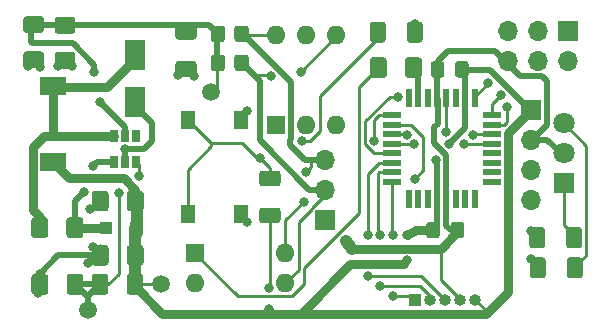
<source format=gbr>
G04 #@! TF.GenerationSoftware,KiCad,Pcbnew,5.1.10-6.fc34*
G04 #@! TF.CreationDate,2021-10-18T16:16:49+02:00*
G04 #@! TF.ProjectId,mimu_phantom,6d696d75-5f70-4686-916e-746f6d2e6b69,rev?*
G04 #@! TF.SameCoordinates,Original*
G04 #@! TF.FileFunction,Copper,L1,Top*
G04 #@! TF.FilePolarity,Positive*
%FSLAX46Y46*%
G04 Gerber Fmt 4.6, Leading zero omitted, Abs format (unit mm)*
G04 Created by KiCad (PCBNEW 5.1.10-6.fc34) date 2021-10-18 16:16:49*
%MOMM*%
%LPD*%
G01*
G04 APERTURE LIST*
G04 #@! TA.AperFunction,ComponentPad*
%ADD10O,1.700000X1.700000*%
G04 #@! TD*
G04 #@! TA.AperFunction,ComponentPad*
%ADD11R,1.700000X1.700000*%
G04 #@! TD*
G04 #@! TA.AperFunction,SMDPad,CuDef*
%ADD12C,1.500000*%
G04 #@! TD*
G04 #@! TA.AperFunction,SMDPad,CuDef*
%ADD13R,1.300000X1.550000*%
G04 #@! TD*
G04 #@! TA.AperFunction,ComponentPad*
%ADD14C,1.800000*%
G04 #@! TD*
G04 #@! TA.AperFunction,ComponentPad*
%ADD15R,1.800000X1.800000*%
G04 #@! TD*
G04 #@! TA.AperFunction,ComponentPad*
%ADD16O,1.600000X1.600000*%
G04 #@! TD*
G04 #@! TA.AperFunction,ComponentPad*
%ADD17R,1.600000X1.600000*%
G04 #@! TD*
G04 #@! TA.AperFunction,SMDPad,CuDef*
%ADD18R,2.200000X1.500000*%
G04 #@! TD*
G04 #@! TA.AperFunction,SMDPad,CuDef*
%ADD19R,1.800000X2.500000*%
G04 #@! TD*
G04 #@! TA.AperFunction,SMDPad,CuDef*
%ADD20R,1.000000X1.000000*%
G04 #@! TD*
G04 #@! TA.AperFunction,SMDPad,CuDef*
%ADD21R,0.650000X1.060000*%
G04 #@! TD*
G04 #@! TA.AperFunction,SMDPad,CuDef*
%ADD22R,1.600000X0.550000*%
G04 #@! TD*
G04 #@! TA.AperFunction,SMDPad,CuDef*
%ADD23R,0.550000X1.600000*%
G04 #@! TD*
G04 #@! TA.AperFunction,ComponentPad*
%ADD24O,1.000000X1.000000*%
G04 #@! TD*
G04 #@! TA.AperFunction,ComponentPad*
%ADD25R,1.000000X1.000000*%
G04 #@! TD*
G04 #@! TA.AperFunction,ViaPad*
%ADD26C,0.800000*%
G04 #@! TD*
G04 #@! TA.AperFunction,Conductor*
%ADD27C,0.500000*%
G04 #@! TD*
G04 #@! TA.AperFunction,Conductor*
%ADD28C,1.000000*%
G04 #@! TD*
G04 #@! TA.AperFunction,Conductor*
%ADD29C,0.750000*%
G04 #@! TD*
G04 #@! TA.AperFunction,Conductor*
%ADD30C,0.250000*%
G04 #@! TD*
G04 APERTURE END LIST*
D10*
X144850000Y-89270000D03*
X144850000Y-86730000D03*
X144850000Y-84190000D03*
D11*
X144850000Y-81650000D03*
G04 #@! TA.AperFunction,SMDPad,CuDef*
G36*
G01*
X122049998Y-89950000D02*
X123350002Y-89950000D01*
G75*
G02*
X123600000Y-90199998I0J-249998D01*
G01*
X123600000Y-91025002D01*
G75*
G02*
X123350002Y-91275000I-249998J0D01*
G01*
X122049998Y-91275000D01*
G75*
G02*
X121800000Y-91025002I0J249998D01*
G01*
X121800000Y-90199998D01*
G75*
G02*
X122049998Y-89950000I249998J0D01*
G01*
G37*
G04 #@! TD.AperFunction*
G04 #@! TA.AperFunction,SMDPad,CuDef*
G36*
G01*
X122049998Y-86825000D02*
X123350002Y-86825000D01*
G75*
G02*
X123600000Y-87074998I0J-249998D01*
G01*
X123600000Y-87900002D01*
G75*
G02*
X123350002Y-88150000I-249998J0D01*
G01*
X122049998Y-88150000D01*
G75*
G02*
X121800000Y-87900002I0J249998D01*
G01*
X121800000Y-87074998D01*
G75*
G02*
X122049998Y-86825000I249998J0D01*
G01*
G37*
G04 #@! TD.AperFunction*
G04 #@! TA.AperFunction,SMDPad,CuDef*
G36*
G01*
X147850000Y-95700002D02*
X147850000Y-94399998D01*
G75*
G02*
X148099998Y-94150000I249998J0D01*
G01*
X148925002Y-94150000D01*
G75*
G02*
X149175000Y-94399998I0J-249998D01*
G01*
X149175000Y-95700002D01*
G75*
G02*
X148925002Y-95950000I-249998J0D01*
G01*
X148099998Y-95950000D01*
G75*
G02*
X147850000Y-95700002I0J249998D01*
G01*
G37*
G04 #@! TD.AperFunction*
G04 #@! TA.AperFunction,SMDPad,CuDef*
G36*
G01*
X144725000Y-95700002D02*
X144725000Y-94399998D01*
G75*
G02*
X144974998Y-94150000I249998J0D01*
G01*
X145800002Y-94150000D01*
G75*
G02*
X146050000Y-94399998I0J-249998D01*
G01*
X146050000Y-95700002D01*
G75*
G02*
X145800002Y-95950000I-249998J0D01*
G01*
X144974998Y-95950000D01*
G75*
G02*
X144725000Y-95700002I0J249998D01*
G01*
G37*
G04 #@! TD.AperFunction*
G04 #@! TA.AperFunction,SMDPad,CuDef*
G36*
G01*
X147800000Y-93150002D02*
X147800000Y-91849998D01*
G75*
G02*
X148049998Y-91600000I249998J0D01*
G01*
X148875002Y-91600000D01*
G75*
G02*
X149125000Y-91849998I0J-249998D01*
G01*
X149125000Y-93150002D01*
G75*
G02*
X148875002Y-93400000I-249998J0D01*
G01*
X148049998Y-93400000D01*
G75*
G02*
X147800000Y-93150002I0J249998D01*
G01*
G37*
G04 #@! TD.AperFunction*
G04 #@! TA.AperFunction,SMDPad,CuDef*
G36*
G01*
X144675000Y-93150002D02*
X144675000Y-91849998D01*
G75*
G02*
X144924998Y-91600000I249998J0D01*
G01*
X145750002Y-91600000D01*
G75*
G02*
X146000000Y-91849998I0J-249998D01*
G01*
X146000000Y-93150002D01*
G75*
G02*
X145750002Y-93400000I-249998J0D01*
G01*
X144924998Y-93400000D01*
G75*
G02*
X144675000Y-93150002I0J249998D01*
G01*
G37*
G04 #@! TD.AperFunction*
D12*
X117700000Y-80200000D03*
G04 #@! TA.AperFunction,SMDPad,CuDef*
G36*
G01*
X114949998Y-77537500D02*
X116250002Y-77537500D01*
G75*
G02*
X116500000Y-77787498I0J-249998D01*
G01*
X116500000Y-78612502D01*
G75*
G02*
X116250002Y-78862500I-249998J0D01*
G01*
X114949998Y-78862500D01*
G75*
G02*
X114700000Y-78612502I0J249998D01*
G01*
X114700000Y-77787498D01*
G75*
G02*
X114949998Y-77537500I249998J0D01*
G01*
G37*
G04 #@! TD.AperFunction*
G04 #@! TA.AperFunction,SMDPad,CuDef*
G36*
G01*
X114949998Y-74412500D02*
X116250002Y-74412500D01*
G75*
G02*
X116500000Y-74662498I0J-249998D01*
G01*
X116500000Y-75487502D01*
G75*
G02*
X116250002Y-75737500I-249998J0D01*
G01*
X114949998Y-75737500D01*
G75*
G02*
X114700000Y-75487502I0J249998D01*
G01*
X114700000Y-74662498D01*
G75*
G02*
X114949998Y-74412500I249998J0D01*
G01*
G37*
G04 #@! TD.AperFunction*
G04 #@! TA.AperFunction,SMDPad,CuDef*
G36*
G01*
X132500000Y-74449998D02*
X132500000Y-75750002D01*
G75*
G02*
X132250002Y-76000000I-249998J0D01*
G01*
X131424998Y-76000000D01*
G75*
G02*
X131175000Y-75750002I0J249998D01*
G01*
X131175000Y-74449998D01*
G75*
G02*
X131424998Y-74200000I249998J0D01*
G01*
X132250002Y-74200000D01*
G75*
G02*
X132500000Y-74449998I0J-249998D01*
G01*
G37*
G04 #@! TD.AperFunction*
G04 #@! TA.AperFunction,SMDPad,CuDef*
G36*
G01*
X135625000Y-74449998D02*
X135625000Y-75750002D01*
G75*
G02*
X135375002Y-76000000I-249998J0D01*
G01*
X134549998Y-76000000D01*
G75*
G02*
X134300000Y-75750002I0J249998D01*
G01*
X134300000Y-74449998D01*
G75*
G02*
X134549998Y-74200000I249998J0D01*
G01*
X135375002Y-74200000D01*
G75*
G02*
X135625000Y-74449998I0J-249998D01*
G01*
G37*
G04 #@! TD.AperFunction*
D13*
X120250000Y-82525000D03*
X120250000Y-90475000D03*
X115750000Y-82525000D03*
X115750000Y-90475000D03*
D14*
X147600000Y-82820000D03*
X147600000Y-85360000D03*
D15*
X147600000Y-87900000D03*
D16*
X123250000Y-75330000D03*
X128330000Y-82950000D03*
X125790000Y-75330000D03*
X125790000Y-82950000D03*
X128330000Y-75330000D03*
D17*
X123250000Y-82950000D03*
G04 #@! TA.AperFunction,SMDPad,CuDef*
G36*
G01*
X118900000Y-74799999D02*
X118900000Y-75700001D01*
G75*
G02*
X118650001Y-75950000I-249999J0D01*
G01*
X117949999Y-75950000D01*
G75*
G02*
X117700000Y-75700001I0J249999D01*
G01*
X117700000Y-74799999D01*
G75*
G02*
X117949999Y-74550000I249999J0D01*
G01*
X118650001Y-74550000D01*
G75*
G02*
X118900000Y-74799999I0J-249999D01*
G01*
G37*
G04 #@! TD.AperFunction*
G04 #@! TA.AperFunction,SMDPad,CuDef*
G36*
G01*
X120900000Y-74799999D02*
X120900000Y-75700001D01*
G75*
G02*
X120650001Y-75950000I-249999J0D01*
G01*
X119949999Y-75950000D01*
G75*
G02*
X119700000Y-75700001I0J249999D01*
G01*
X119700000Y-74799999D01*
G75*
G02*
X119949999Y-74550000I249999J0D01*
G01*
X120650001Y-74550000D01*
G75*
G02*
X120900000Y-74799999I0J-249999D01*
G01*
G37*
G04 #@! TD.AperFunction*
G04 #@! TA.AperFunction,SMDPad,CuDef*
G36*
G01*
X118900000Y-77249999D02*
X118900000Y-78150001D01*
G75*
G02*
X118650001Y-78400000I-249999J0D01*
G01*
X117949999Y-78400000D01*
G75*
G02*
X117700000Y-78150001I0J249999D01*
G01*
X117700000Y-77249999D01*
G75*
G02*
X117949999Y-77000000I249999J0D01*
G01*
X118650001Y-77000000D01*
G75*
G02*
X118900000Y-77249999I0J-249999D01*
G01*
G37*
G04 #@! TD.AperFunction*
G04 #@! TA.AperFunction,SMDPad,CuDef*
G36*
G01*
X120900000Y-77249999D02*
X120900000Y-78150001D01*
G75*
G02*
X120650001Y-78400000I-249999J0D01*
G01*
X119949999Y-78400000D01*
G75*
G02*
X119700000Y-78150001I0J249999D01*
G01*
X119700000Y-77249999D01*
G75*
G02*
X119949999Y-77000000I249999J0D01*
G01*
X120650001Y-77000000D01*
G75*
G02*
X120900000Y-77249999I0J-249999D01*
G01*
G37*
G04 #@! TD.AperFunction*
D18*
X104300000Y-86050000D03*
X104300000Y-79650000D03*
D19*
X111300000Y-81000000D03*
X111300000Y-77000000D03*
D20*
X108850000Y-91650000D03*
X111350000Y-91650000D03*
D12*
X107300000Y-98650000D03*
X113450000Y-96450000D03*
G04 #@! TA.AperFunction,SMDPad,CuDef*
G36*
G01*
X132595000Y-77475000D02*
X132595000Y-78725000D01*
G75*
G02*
X132345000Y-78975000I-250000J0D01*
G01*
X131420000Y-78975000D01*
G75*
G02*
X131170000Y-78725000I0J250000D01*
G01*
X131170000Y-77475000D01*
G75*
G02*
X131420000Y-77225000I250000J0D01*
G01*
X132345000Y-77225000D01*
G75*
G02*
X132595000Y-77475000I0J-250000D01*
G01*
G37*
G04 #@! TD.AperFunction*
G04 #@! TA.AperFunction,SMDPad,CuDef*
G36*
G01*
X135570000Y-77475000D02*
X135570000Y-78725000D01*
G75*
G02*
X135320000Y-78975000I-250000J0D01*
G01*
X134395000Y-78975000D01*
G75*
G02*
X134145000Y-78725000I0J250000D01*
G01*
X134145000Y-77475000D01*
G75*
G02*
X134395000Y-77225000I250000J0D01*
G01*
X135320000Y-77225000D01*
G75*
G02*
X135570000Y-77475000I0J-250000D01*
G01*
G37*
G04 #@! TD.AperFunction*
G04 #@! TA.AperFunction,SMDPad,CuDef*
G36*
G01*
X109025000Y-95825000D02*
X109025000Y-97075000D01*
G75*
G02*
X108775000Y-97325000I-250000J0D01*
G01*
X107850000Y-97325000D01*
G75*
G02*
X107600000Y-97075000I0J250000D01*
G01*
X107600000Y-95825000D01*
G75*
G02*
X107850000Y-95575000I250000J0D01*
G01*
X108775000Y-95575000D01*
G75*
G02*
X109025000Y-95825000I0J-250000D01*
G01*
G37*
G04 #@! TD.AperFunction*
G04 #@! TA.AperFunction,SMDPad,CuDef*
G36*
G01*
X112000000Y-95825000D02*
X112000000Y-97075000D01*
G75*
G02*
X111750000Y-97325000I-250000J0D01*
G01*
X110825000Y-97325000D01*
G75*
G02*
X110575000Y-97075000I0J250000D01*
G01*
X110575000Y-95825000D01*
G75*
G02*
X110825000Y-95575000I250000J0D01*
G01*
X111750000Y-95575000D01*
G75*
G02*
X112000000Y-95825000I0J-250000D01*
G01*
G37*
G04 #@! TD.AperFunction*
G04 #@! TA.AperFunction,SMDPad,CuDef*
G36*
G01*
X103937500Y-95825000D02*
X103937500Y-97075000D01*
G75*
G02*
X103687500Y-97325000I-250000J0D01*
G01*
X102762500Y-97325000D01*
G75*
G02*
X102512500Y-97075000I0J250000D01*
G01*
X102512500Y-95825000D01*
G75*
G02*
X102762500Y-95575000I250000J0D01*
G01*
X103687500Y-95575000D01*
G75*
G02*
X103937500Y-95825000I0J-250000D01*
G01*
G37*
G04 #@! TD.AperFunction*
G04 #@! TA.AperFunction,SMDPad,CuDef*
G36*
G01*
X106912500Y-95825000D02*
X106912500Y-97075000D01*
G75*
G02*
X106662500Y-97325000I-250000J0D01*
G01*
X105737500Y-97325000D01*
G75*
G02*
X105487500Y-97075000I0J250000D01*
G01*
X105487500Y-95825000D01*
G75*
G02*
X105737500Y-95575000I250000J0D01*
G01*
X106662500Y-95575000D01*
G75*
G02*
X106912500Y-95825000I0J-250000D01*
G01*
G37*
G04 #@! TD.AperFunction*
G04 #@! TA.AperFunction,SMDPad,CuDef*
G36*
G01*
X109037500Y-88775000D02*
X109037500Y-90025000D01*
G75*
G02*
X108787500Y-90275000I-250000J0D01*
G01*
X107862500Y-90275000D01*
G75*
G02*
X107612500Y-90025000I0J250000D01*
G01*
X107612500Y-88775000D01*
G75*
G02*
X107862500Y-88525000I250000J0D01*
G01*
X108787500Y-88525000D01*
G75*
G02*
X109037500Y-88775000I0J-250000D01*
G01*
G37*
G04 #@! TD.AperFunction*
G04 #@! TA.AperFunction,SMDPad,CuDef*
G36*
G01*
X112012500Y-88775000D02*
X112012500Y-90025000D01*
G75*
G02*
X111762500Y-90275000I-250000J0D01*
G01*
X110837500Y-90275000D01*
G75*
G02*
X110587500Y-90025000I0J250000D01*
G01*
X110587500Y-88775000D01*
G75*
G02*
X110837500Y-88525000I250000J0D01*
G01*
X111762500Y-88525000D01*
G75*
G02*
X112012500Y-88775000I0J-250000D01*
G01*
G37*
G04 #@! TD.AperFunction*
G04 #@! TA.AperFunction,SMDPad,CuDef*
G36*
G01*
X109037500Y-93375000D02*
X109037500Y-94625000D01*
G75*
G02*
X108787500Y-94875000I-250000J0D01*
G01*
X107862500Y-94875000D01*
G75*
G02*
X107612500Y-94625000I0J250000D01*
G01*
X107612500Y-93375000D01*
G75*
G02*
X107862500Y-93125000I250000J0D01*
G01*
X108787500Y-93125000D01*
G75*
G02*
X109037500Y-93375000I0J-250000D01*
G01*
G37*
G04 #@! TD.AperFunction*
G04 #@! TA.AperFunction,SMDPad,CuDef*
G36*
G01*
X112012500Y-93375000D02*
X112012500Y-94625000D01*
G75*
G02*
X111762500Y-94875000I-250000J0D01*
G01*
X110837500Y-94875000D01*
G75*
G02*
X110587500Y-94625000I0J250000D01*
G01*
X110587500Y-93375000D01*
G75*
G02*
X110837500Y-93125000I250000J0D01*
G01*
X111762500Y-93125000D01*
G75*
G02*
X112012500Y-93375000I0J-250000D01*
G01*
G37*
G04 #@! TD.AperFunction*
G04 #@! TA.AperFunction,SMDPad,CuDef*
G36*
G01*
X104725000Y-76775000D02*
X105975000Y-76775000D01*
G75*
G02*
X106225000Y-77025000I0J-250000D01*
G01*
X106225000Y-77950000D01*
G75*
G02*
X105975000Y-78200000I-250000J0D01*
G01*
X104725000Y-78200000D01*
G75*
G02*
X104475000Y-77950000I0J250000D01*
G01*
X104475000Y-77025000D01*
G75*
G02*
X104725000Y-76775000I250000J0D01*
G01*
G37*
G04 #@! TD.AperFunction*
G04 #@! TA.AperFunction,SMDPad,CuDef*
G36*
G01*
X104725000Y-73800000D02*
X105975000Y-73800000D01*
G75*
G02*
X106225000Y-74050000I0J-250000D01*
G01*
X106225000Y-74975000D01*
G75*
G02*
X105975000Y-75225000I-250000J0D01*
G01*
X104725000Y-75225000D01*
G75*
G02*
X104475000Y-74975000I0J250000D01*
G01*
X104475000Y-74050000D01*
G75*
G02*
X104725000Y-73800000I250000J0D01*
G01*
G37*
G04 #@! TD.AperFunction*
G04 #@! TA.AperFunction,SMDPad,CuDef*
G36*
G01*
X102075000Y-76725000D02*
X103325000Y-76725000D01*
G75*
G02*
X103575000Y-76975000I0J-250000D01*
G01*
X103575000Y-77900000D01*
G75*
G02*
X103325000Y-78150000I-250000J0D01*
G01*
X102075000Y-78150000D01*
G75*
G02*
X101825000Y-77900000I0J250000D01*
G01*
X101825000Y-76975000D01*
G75*
G02*
X102075000Y-76725000I250000J0D01*
G01*
G37*
G04 #@! TD.AperFunction*
G04 #@! TA.AperFunction,SMDPad,CuDef*
G36*
G01*
X102075000Y-73750000D02*
X103325000Y-73750000D01*
G75*
G02*
X103575000Y-74000000I0J-250000D01*
G01*
X103575000Y-74925000D01*
G75*
G02*
X103325000Y-75175000I-250000J0D01*
G01*
X102075000Y-75175000D01*
G75*
G02*
X101825000Y-74925000I0J250000D01*
G01*
X101825000Y-74000000D01*
G75*
G02*
X102075000Y-73750000I250000J0D01*
G01*
G37*
G04 #@! TD.AperFunction*
G04 #@! TA.AperFunction,SMDPad,CuDef*
G36*
G01*
X103925000Y-91025000D02*
X103925000Y-92275000D01*
G75*
G02*
X103675000Y-92525000I-250000J0D01*
G01*
X102750000Y-92525000D01*
G75*
G02*
X102500000Y-92275000I0J250000D01*
G01*
X102500000Y-91025000D01*
G75*
G02*
X102750000Y-90775000I250000J0D01*
G01*
X103675000Y-90775000D01*
G75*
G02*
X103925000Y-91025000I0J-250000D01*
G01*
G37*
G04 #@! TD.AperFunction*
G04 #@! TA.AperFunction,SMDPad,CuDef*
G36*
G01*
X106900000Y-91025000D02*
X106900000Y-92275000D01*
G75*
G02*
X106650000Y-92525000I-250000J0D01*
G01*
X105725000Y-92525000D01*
G75*
G02*
X105475000Y-92275000I0J250000D01*
G01*
X105475000Y-91025000D01*
G75*
G02*
X105725000Y-90775000I250000J0D01*
G01*
X106650000Y-90775000D01*
G75*
G02*
X106900000Y-91025000I0J-250000D01*
G01*
G37*
G04 #@! TD.AperFunction*
D21*
X110450000Y-83850000D03*
X109500000Y-83850000D03*
X111400000Y-83850000D03*
X111400000Y-86050000D03*
X110450000Y-86050000D03*
X109500000Y-86050000D03*
D22*
X133000000Y-87750000D03*
X133000000Y-86950000D03*
X133000000Y-86150000D03*
X133000000Y-85350000D03*
X133000000Y-84550000D03*
X133000000Y-83750000D03*
X133000000Y-82950000D03*
X133000000Y-82150000D03*
D23*
X134450000Y-80700000D03*
X135250000Y-80700000D03*
X136050000Y-80700000D03*
X136850000Y-80700000D03*
X137650000Y-80700000D03*
X138450000Y-80700000D03*
X139250000Y-80700000D03*
X140050000Y-80700000D03*
D22*
X141500000Y-82150000D03*
X141500000Y-82950000D03*
X141500000Y-83750000D03*
X141500000Y-84550000D03*
X141500000Y-85350000D03*
X141500000Y-86150000D03*
X141500000Y-86950000D03*
X141500000Y-87750000D03*
D23*
X140050000Y-89200000D03*
X139250000Y-89200000D03*
X138450000Y-89200000D03*
X137650000Y-89200000D03*
X136850000Y-89200000D03*
X136050000Y-89200000D03*
X135250000Y-89200000D03*
X134450000Y-89200000D03*
D16*
X124020000Y-93800000D03*
X116400000Y-96340000D03*
X124020000Y-96340000D03*
D17*
X116400000Y-93800000D03*
D24*
X140090000Y-97750000D03*
X138820000Y-97750000D03*
X137550000Y-97750000D03*
X136280000Y-97750000D03*
D25*
X135010000Y-97750000D03*
D10*
X142870000Y-77550000D03*
X142870000Y-75010000D03*
X145410000Y-77550000D03*
X145410000Y-75010000D03*
X147950000Y-77550000D03*
D11*
X147950000Y-75010000D03*
D10*
X127400000Y-85920000D03*
X127400000Y-88460000D03*
D11*
X127400000Y-91000000D03*
G04 #@! TA.AperFunction,SMDPad,CuDef*
G36*
G01*
X138000000Y-92300001D02*
X138000000Y-91399999D01*
G75*
G02*
X138249999Y-91150000I249999J0D01*
G01*
X138900001Y-91150000D01*
G75*
G02*
X139150000Y-91399999I0J-249999D01*
G01*
X139150000Y-92300001D01*
G75*
G02*
X138900001Y-92550000I-249999J0D01*
G01*
X138249999Y-92550000D01*
G75*
G02*
X138000000Y-92300001I0J249999D01*
G01*
G37*
G04 #@! TD.AperFunction*
G04 #@! TA.AperFunction,SMDPad,CuDef*
G36*
G01*
X135950000Y-92300001D02*
X135950000Y-91399999D01*
G75*
G02*
X136199999Y-91150000I249999J0D01*
G01*
X136850001Y-91150000D01*
G75*
G02*
X137100000Y-91399999I0J-249999D01*
G01*
X137100000Y-92300001D01*
G75*
G02*
X136850001Y-92550000I-249999J0D01*
G01*
X136199999Y-92550000D01*
G75*
G02*
X135950000Y-92300001I0J249999D01*
G01*
G37*
G04 #@! TD.AperFunction*
G04 #@! TA.AperFunction,SMDPad,CuDef*
G36*
G01*
X137475000Y-77799999D02*
X137475000Y-78700001D01*
G75*
G02*
X137225001Y-78950000I-249999J0D01*
G01*
X136574999Y-78950000D01*
G75*
G02*
X136325000Y-78700001I0J249999D01*
G01*
X136325000Y-77799999D01*
G75*
G02*
X136574999Y-77550000I249999J0D01*
G01*
X137225001Y-77550000D01*
G75*
G02*
X137475000Y-77799999I0J-249999D01*
G01*
G37*
G04 #@! TD.AperFunction*
G04 #@! TA.AperFunction,SMDPad,CuDef*
G36*
G01*
X139525000Y-77799999D02*
X139525000Y-78700001D01*
G75*
G02*
X139275001Y-78950000I-249999J0D01*
G01*
X138624999Y-78950000D01*
G75*
G02*
X138375000Y-78700001I0J249999D01*
G01*
X138375000Y-77799999D01*
G75*
G02*
X138624999Y-77550000I249999J0D01*
G01*
X139275001Y-77550000D01*
G75*
G02*
X139525000Y-77799999I0J-249999D01*
G01*
G37*
G04 #@! TD.AperFunction*
D26*
X136800000Y-85950000D03*
X134350000Y-92250000D03*
X134350000Y-94412500D03*
X122650000Y-96740001D03*
X122650000Y-98500000D03*
X137893126Y-84547443D03*
X133574968Y-80550000D03*
X142800000Y-81450000D03*
X141177114Y-79424579D03*
X142273959Y-80426041D03*
X131000000Y-95750000D03*
X131000000Y-92250000D03*
X132000000Y-92250000D03*
X132000000Y-96550000D03*
X133100000Y-92250000D03*
X133099905Y-97425335D03*
X134333470Y-83775010D03*
X134923623Y-84582316D03*
X108287500Y-80972498D03*
X107850000Y-78500000D03*
X111596471Y-87286931D03*
X109900000Y-88700000D03*
X107700000Y-86450000D03*
X106950004Y-88650000D03*
X120750000Y-81750000D03*
X116250000Y-78800000D03*
X114900000Y-78750000D03*
X120750000Y-91150000D03*
X107700000Y-93250000D03*
X103250000Y-78050000D03*
X105950000Y-78000000D03*
X104750000Y-77950000D03*
X111550000Y-80250000D03*
X103050000Y-97150000D03*
X102200000Y-77950000D03*
X110450000Y-85000000D03*
X107300000Y-94650000D03*
X129687500Y-93437500D03*
X107500000Y-90050000D03*
X129150000Y-92750000D03*
X103225000Y-95575000D03*
X108325000Y-89400000D03*
X122798959Y-78851041D03*
X125300000Y-78450000D03*
X125550000Y-89500000D03*
X125800000Y-86950000D03*
X137612340Y-83587660D03*
X121850000Y-85750000D03*
X134950000Y-87500000D03*
X144800000Y-94300000D03*
X144800000Y-91900000D03*
X131550000Y-84275010D03*
X134950000Y-74400000D03*
X125448082Y-84307618D03*
X139105050Y-84555050D03*
X139871691Y-83770225D03*
D27*
X136525000Y-91850000D02*
X136850000Y-91525000D01*
X136850000Y-91525000D02*
X136850000Y-89200000D01*
X139250000Y-80700000D02*
X139250000Y-78550000D01*
X139250000Y-78550000D02*
X138950000Y-78250000D01*
X144300000Y-81250000D02*
X141350000Y-78300000D01*
X141350000Y-78300000D02*
X138950000Y-78300000D01*
D28*
X111287500Y-96450000D02*
X111287500Y-93962500D01*
D27*
X111287500Y-93962500D02*
X111300000Y-93950000D01*
X136850000Y-89200000D02*
X136850000Y-86000000D01*
X136850000Y-86000000D02*
X136800000Y-85950000D01*
D29*
X135050000Y-91850000D02*
X136525000Y-91850000D01*
X134350000Y-92250000D02*
X135050000Y-91850000D01*
D27*
X134075001Y-94687499D02*
X134350000Y-94412500D01*
D28*
X111300000Y-91700000D02*
X111350000Y-91650000D01*
X111300000Y-94000000D02*
X111300000Y-91700000D01*
D29*
X133900001Y-94687499D02*
X134075001Y-94687499D01*
X129500000Y-94687499D02*
X133900001Y-94687499D01*
X129750000Y-98950000D02*
X125350000Y-98950000D01*
X125212489Y-98975010D02*
X125350000Y-98950000D01*
X125350000Y-98950000D02*
X129500000Y-94687499D01*
X113600000Y-98950000D02*
X111350000Y-96700000D01*
D30*
X111287500Y-96450000D02*
X113200000Y-96450000D01*
X140090000Y-97750000D02*
X141000000Y-98660000D01*
X141000000Y-98660000D02*
X141000000Y-98950000D01*
D29*
X129750000Y-98950000D02*
X141000000Y-98950000D01*
D30*
X122700000Y-96690001D02*
X122650000Y-96740001D01*
X122700000Y-90612500D02*
X122700000Y-96690001D01*
X122650000Y-98500000D02*
X122650000Y-98650000D01*
X122650000Y-98650000D02*
X122950000Y-98950000D01*
D29*
X122950000Y-98950000D02*
X113600000Y-98950000D01*
X125350000Y-98950000D02*
X122950000Y-98950000D01*
X142875001Y-97074999D02*
X141000000Y-98950000D01*
X142875001Y-83614962D02*
X142875001Y-97074999D01*
X144839963Y-81650000D02*
X142875001Y-83614962D01*
X144850000Y-81650000D02*
X144839963Y-81650000D01*
D27*
X138293125Y-84147444D02*
X137893126Y-84547443D01*
X139250000Y-80850000D02*
X139250000Y-83190569D01*
X139250000Y-83190569D02*
X138293125Y-84147444D01*
D28*
X111300000Y-92250000D02*
X111442010Y-92107990D01*
D29*
X105714548Y-87464548D02*
X104300000Y-86050000D01*
X111287500Y-89412500D02*
X111287500Y-88418995D01*
X111287500Y-88418995D02*
X110333053Y-87464548D01*
D28*
X111442010Y-89542010D02*
X111300000Y-89400000D01*
X111442010Y-92107990D02*
X111442010Y-89542010D01*
D29*
X110333053Y-87464548D02*
X105714548Y-87464548D01*
D30*
X132834315Y-80550000D02*
X133574968Y-80550000D01*
X133000000Y-85350000D02*
X131526998Y-85350000D01*
X131526998Y-85350000D02*
X130724999Y-84548001D01*
X130724999Y-82659316D02*
X132834315Y-80550000D01*
X130724999Y-84548001D02*
X130724999Y-82659316D01*
X142550000Y-82950000D02*
X142800000Y-82700000D01*
X142800000Y-82700000D02*
X142800000Y-81450000D01*
X141500000Y-82950000D02*
X142550000Y-82950000D01*
X140050000Y-80700000D02*
X140050000Y-80551693D01*
X140050000Y-80551693D02*
X141177114Y-79424579D01*
X141500000Y-82150000D02*
X141500000Y-81200000D01*
X141500000Y-81200000D02*
X142273959Y-80426041D01*
X131000000Y-92250000D02*
X130999997Y-87100003D01*
X130999997Y-87100003D02*
X131950000Y-86150000D01*
X131950000Y-86150000D02*
X133000000Y-86150000D01*
X131000000Y-95750000D02*
X135500000Y-95750000D01*
X135500000Y-95750000D02*
X137500000Y-97750000D01*
X132000000Y-92250000D02*
X131874999Y-92462499D01*
X131874999Y-92462499D02*
X131874999Y-87025001D01*
X131874999Y-87025001D02*
X131950000Y-86950000D01*
X131950000Y-86950000D02*
X133000000Y-86950000D01*
X135395002Y-96550000D02*
X136250000Y-97404998D01*
X132000000Y-96550000D02*
X135395002Y-96550000D01*
X136250000Y-97404998D02*
X136250000Y-97700000D01*
X133100000Y-92250000D02*
X133000000Y-92487500D01*
X133000000Y-92487500D02*
X133000000Y-87750000D01*
X133099905Y-97425335D02*
X134675335Y-97425335D01*
X134675335Y-97425335D02*
X134950000Y-97700000D01*
X124560001Y-97465001D02*
X120015001Y-97465001D01*
X130274988Y-79707512D02*
X130274988Y-90408185D01*
X131882500Y-78100000D02*
X130274988Y-79707512D01*
X120015001Y-97465001D02*
X116400000Y-93850000D01*
X125595011Y-96429991D02*
X124560001Y-97465001D01*
X125595011Y-95088162D02*
X125595011Y-96429991D01*
X130274988Y-90408185D02*
X125595011Y-95088162D01*
D27*
X135250000Y-80700000D02*
X135250000Y-78600000D01*
X135250000Y-78600000D02*
X134850000Y-78200000D01*
D30*
X134308460Y-83750000D02*
X134333470Y-83775010D01*
X133000000Y-83750000D02*
X134308460Y-83750000D01*
X134891307Y-84550000D02*
X134923623Y-84582316D01*
X133000000Y-84550000D02*
X134891307Y-84550000D01*
D27*
X110450000Y-83134998D02*
X110450000Y-83850000D01*
X108287500Y-80972498D02*
X110450000Y-83134998D01*
X118250000Y-75200000D02*
X117550000Y-74500000D01*
X118250000Y-77800000D02*
X118250000Y-75200000D01*
X115600000Y-75075000D02*
X115600000Y-74600000D01*
X115600000Y-74600000D02*
X115700000Y-74500000D01*
X117550000Y-74500000D02*
X115700000Y-74500000D01*
D30*
X118250000Y-80200000D02*
X118250000Y-77850000D01*
D27*
X107850000Y-77910034D02*
X105989966Y-76050000D01*
X107850000Y-78500000D02*
X107850000Y-77910034D01*
X105989966Y-76050000D02*
X102600000Y-76050000D01*
X102600000Y-76050000D02*
X102450000Y-75900000D01*
X102450000Y-75900000D02*
X102450000Y-74650000D01*
X110500000Y-74500000D02*
X102450000Y-74500000D01*
X115700000Y-74500000D02*
X110500000Y-74500000D01*
D29*
X108950000Y-79700000D02*
X104250000Y-79700000D01*
X111300000Y-77350000D02*
X108950000Y-79700000D01*
X111300000Y-77000000D02*
X111300000Y-77350000D01*
X108425000Y-83850000D02*
X109500000Y-83850000D01*
X104300000Y-83850000D02*
X108425000Y-83850000D01*
X102624999Y-84839999D02*
X103614998Y-83850000D01*
X102624999Y-90187499D02*
X102624999Y-84839999D01*
X103212500Y-90775000D02*
X102624999Y-90187499D01*
X103212500Y-91650000D02*
X103212500Y-90775000D01*
X104300000Y-83850000D02*
X104300000Y-79650000D01*
X103614998Y-83850000D02*
X104300000Y-83850000D01*
D27*
X106200000Y-96450000D02*
X107300000Y-96450000D01*
X107300000Y-96450000D02*
X108300000Y-96450000D01*
X107300000Y-97550000D02*
X106200000Y-96450000D01*
X107300000Y-98650000D02*
X107300000Y-97550000D01*
X107300000Y-97462500D02*
X108312500Y-96450000D01*
X107300000Y-98650000D02*
X107300000Y-97462500D01*
D30*
X111596471Y-86246471D02*
X111596471Y-86721246D01*
X109025000Y-96450000D02*
X109900000Y-95575000D01*
X109900000Y-95575000D02*
X109900000Y-88700000D01*
X108312500Y-96450000D02*
X109025000Y-96450000D01*
X111450000Y-86100000D02*
X111596471Y-86246471D01*
X111596471Y-86721246D02*
X111596471Y-87286931D01*
D29*
X108850000Y-91650000D02*
X107650000Y-91650000D01*
X107650000Y-91650000D02*
X106187500Y-91650000D01*
D27*
X109500000Y-86050000D02*
X108100000Y-86050000D01*
X108100000Y-86050000D02*
X107700000Y-86450000D01*
X106187500Y-91650000D02*
X106187500Y-89412504D01*
X106187500Y-89412504D02*
X106950004Y-88650000D01*
X138000000Y-91850000D02*
X137650000Y-91500000D01*
X138575000Y-91850000D02*
X138000000Y-91850000D01*
X137650000Y-91500000D02*
X137650000Y-89100000D01*
X136850000Y-80700000D02*
X136850000Y-78300000D01*
D29*
X137162500Y-93437500D02*
X138500000Y-92100000D01*
D27*
X103225000Y-95575000D02*
X104800000Y-94000000D01*
X103225000Y-96450000D02*
X103225000Y-95575000D01*
X104800000Y-94000000D02*
X108350000Y-94000000D01*
D30*
X108325000Y-94000000D02*
X108325000Y-93125000D01*
X108850000Y-89850000D02*
X108400000Y-89400000D01*
D27*
X110450000Y-86050000D02*
X110450000Y-85000000D01*
X104800000Y-94000000D02*
X104800000Y-94000000D01*
X108325000Y-94000000D02*
X107950000Y-94000000D01*
X107950000Y-94000000D02*
X107300000Y-94650000D01*
X110450000Y-85000000D02*
X112015002Y-85000000D01*
D29*
X137162500Y-93437500D02*
X129687500Y-93437500D01*
X129250000Y-93000000D02*
X129250000Y-93000000D01*
X129687500Y-93437500D02*
X129687500Y-93437500D01*
D27*
X111300000Y-81350000D02*
X111300000Y-81000000D01*
X112700000Y-84315002D02*
X112700000Y-82750000D01*
X112700000Y-82750000D02*
X111300000Y-81350000D01*
X112015002Y-85000000D02*
X112700000Y-84315002D01*
D28*
X129687500Y-93437500D02*
X129150000Y-92750000D01*
D27*
X103225000Y-95575000D02*
X103225000Y-95575000D01*
D30*
X137162500Y-93437500D02*
X137162500Y-96062500D01*
X137162500Y-96062500D02*
X138800000Y-97700000D01*
D27*
X141760001Y-76700001D02*
X137749999Y-76700001D01*
X136900000Y-77550000D02*
X136900000Y-78250000D01*
X137749999Y-76700001D02*
X136900000Y-77550000D01*
X143910001Y-78850001D02*
X141760001Y-76700001D01*
X145760003Y-78850001D02*
X143910001Y-78850001D01*
X146150001Y-79239999D02*
X146150001Y-82999999D01*
X145760003Y-78850001D02*
X146150001Y-79239999D01*
X146150001Y-82999999D02*
X144900000Y-84250000D01*
X144900000Y-84250000D02*
X146200000Y-84250000D01*
X146200000Y-84250000D02*
X147150000Y-85200000D01*
X136599998Y-84466924D02*
X136599998Y-83141998D01*
X137650000Y-85516926D02*
X136599998Y-84466924D01*
X137650000Y-89200000D02*
X137650000Y-85516926D01*
X136900000Y-82841996D02*
X136900000Y-80750000D01*
X136599998Y-83141998D02*
X136900000Y-82841996D01*
X120300000Y-77700000D02*
X120550001Y-77950001D01*
X120300000Y-77700000D02*
X121350001Y-78750001D01*
D30*
X122697919Y-78750001D02*
X122798959Y-78851041D01*
X121350001Y-78750001D02*
X122697919Y-78750001D01*
X127250000Y-88950001D02*
X127250000Y-88550000D01*
X126224999Y-89975002D02*
X127250000Y-88950001D01*
X126224999Y-90098005D02*
X126224999Y-89975002D01*
X125145001Y-95214999D02*
X125145001Y-91178003D01*
X125145001Y-91178003D02*
X126224999Y-90098005D01*
X124020000Y-96340000D02*
X125145001Y-95214999D01*
D27*
X126041998Y-88450000D02*
X127250000Y-88450000D01*
X121850000Y-84258002D02*
X126041998Y-88450000D01*
X121850000Y-79250000D02*
X121850000Y-84258002D01*
X121350001Y-78750001D02*
X121850000Y-79250000D01*
D30*
X125300000Y-78450000D02*
X128300000Y-75450000D01*
D27*
X127400000Y-85920000D02*
X126197919Y-85920000D01*
D30*
X123250000Y-75330000D02*
X120680000Y-75330000D01*
X124020000Y-93800000D02*
X124020000Y-91030000D01*
X124020000Y-91030000D02*
X125550000Y-89500000D01*
X126197919Y-85920000D02*
X126197919Y-86552081D01*
X126197919Y-86552081D02*
X125800000Y-86950000D01*
D27*
X124420047Y-84657880D02*
X124420047Y-84189955D01*
X126197919Y-85920000D02*
X125682167Y-85920000D01*
X125682167Y-85920000D02*
X124420047Y-84657880D01*
X124420047Y-84189955D02*
X124500001Y-84110001D01*
X124500001Y-79350001D02*
X120400000Y-75250000D01*
X124500001Y-84110001D02*
X124500001Y-79350001D01*
D30*
X137650000Y-83550000D02*
X137612340Y-83587660D01*
X137650000Y-80700000D02*
X137650000Y-83550000D01*
X115750000Y-82525000D02*
X117725000Y-84500000D01*
X117725000Y-84500000D02*
X118800000Y-84500000D01*
X118812500Y-84500000D02*
X118800000Y-84500000D01*
X115750000Y-90475000D02*
X115750000Y-86750000D01*
X117725000Y-84775000D02*
X117725000Y-84500000D01*
X115750000Y-86750000D02*
X117725000Y-84775000D01*
X118800000Y-84500000D02*
X120350000Y-84500000D01*
X120350000Y-84500000D02*
X121600000Y-85750000D01*
X121600000Y-85750000D02*
X121850000Y-85750000D01*
X122700000Y-86600000D02*
X121850000Y-85750000D01*
X122700000Y-87487500D02*
X122700000Y-86600000D01*
X135648625Y-86801375D02*
X134950000Y-87500000D01*
X135648625Y-83968110D02*
X135648625Y-86801375D01*
X133000000Y-82950000D02*
X134630515Y-82950000D01*
X134630515Y-82950000D02*
X135648625Y-83968110D01*
X131950000Y-82150000D02*
X131550000Y-82550000D01*
X133000000Y-82150000D02*
X131950000Y-82150000D01*
X131550000Y-82550000D02*
X131550000Y-84275010D01*
X131700000Y-75750000D02*
X126915001Y-80534999D01*
X126058067Y-84307618D02*
X125448082Y-84307618D01*
X126915001Y-83450684D02*
X126058067Y-84307618D01*
X126915001Y-80534999D02*
X126915001Y-83450684D01*
X149500010Y-84720010D02*
X149500010Y-93949990D01*
X147600000Y-82820000D02*
X149500010Y-84720010D01*
X149500010Y-93949990D02*
X148850000Y-94600000D01*
X147600000Y-87900000D02*
X147600000Y-91400000D01*
X147600000Y-91400000D02*
X148300000Y-92100000D01*
X139110100Y-84550000D02*
X139105050Y-84555050D01*
X141800000Y-84550000D02*
X139110100Y-84550000D01*
X139891916Y-83750000D02*
X139871691Y-83770225D01*
X141500000Y-83750000D02*
X139891916Y-83750000D01*
M02*

</source>
